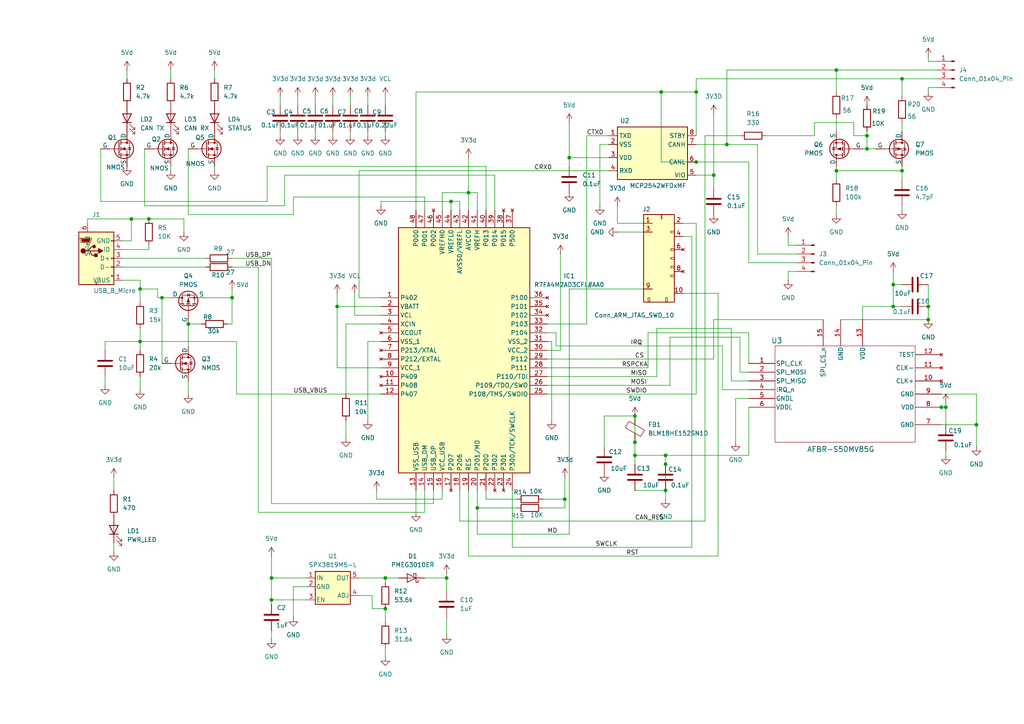
<source format=kicad_sch>
(kicad_sch (version 20231120) (generator "eeschema") (generator_version "8.0")
  (paper "A4")
  (title_block (title "Broadcom Sensor board") (date "2024-07-05") (rev "V1") (company "GEODRONES"))
  (lib_symbols
    (symbol "2024-07-05_00-20-57:AFBR-S50MV85G" (pin_names (offset 0.254))
      (property "Reference" "U3" (at 8.128 6.604 0))
      (property "Value" "AFBR-S50MV85G" (at 26.67 -24.892 0))
      (symbol "AFBR-S50MV85G_0_1"
        (pin input line (at 0 0 0) (length 7.62) (name "SPI_CLK") (number "1"))
        (pin power_in line (at 33.02 12.7 270) (length 7.62) (name "VDD") (number "13"))
        (pin power_out line (at 26.67 12.7 270) (length 7.62) (name "GND") (number "14"))
        (pin input line (at 0 -2.54 0) (length 7.62) (name "SPI_MOSI") (number "2"))
        (pin output line (at 0 -5.08 0) (length 7.62) (name "SPI_MISO") (number "3"))
        (pin output line (at 0 -7.62 0) (length 7.62) (name "IRQ_n") (number "4"))
        (pin power_out line (at 0 -10.16 0) (length 7.62) (name "GNDL") (number "5"))
        (pin power_in line (at 0 -12.7 0) (length 7.62) (name "VDDL") (number "6"))
        (pin power_out line (at 55.88 -17.78 180) (length 7.62) (name "GND") (number "7"))
        (pin power_out line (at 55.88 -8.89 180) (length 7.62) (name "GND") (number "9"))
      )
      (symbol "AFBR-S50MV85G_1_1"
        (pin no_connect line (at 55.88 -5.08 180) (length 7.62) (name "CLK+") (number "10"))
        (pin no_connect line (at 55.88 -1.27 180) (length 7.62) (name "CLK-") (number "11"))
        (pin no_connect line (at 55.88 2.54 180) (length 7.62) (name "TEST") (number "12"))
        (pin input line (at 21.59 12.7 270) (length 7.62) (name "SPI_CS_n") (number "15"))
        (pin power_in line (at 55.88 -12.7 180) (length 7.62) (name "VDD") (number "8"))
      )
    )
    (symbol "Conn_01x04_Pin_1" (pin_names (offset 1.016) hide)
      (property "Reference" "J1" (at -1.27 -2.5401 0))
      (property "Value" "Conn_01x04_Pin" (at -1.27 -0.0001 0))
      (symbol "Conn_01x04_Pin_1_1_1"
        (pin passive line (at 5.08 -5.08 180) (length 3.81) (name "Pin_1") (number "1"))
        (pin passive line (at 5.08 -2.54 180) (length 3.81) (name "Pin_2") (number "2"))
        (pin passive line (at 5.08 0 180) (length 3.81) (name "Pin_3") (number "3"))
        (pin passive line (at 5.08 2.54 180) (length 3.81) (name "Pin_4") (number "4"))
      )
    )
    (symbol "Connector:Conn_01x04_Pin" (pin_names (offset 1.016) hide)
      (property "Reference" "J2" (at -1.27 -2.5401 0))
      (property "Value" "Conn_01x04_Pin" (at -1.27 -0.0001 0))
      (symbol "Conn_01x04_Pin_1_1"
        (pin passive line (at 5.08 -5.08 180) (length 3.81) (name "Pin_1") (number "1"))
        (pin passive line (at 5.08 -2.54 180) (length 3.81) (name "Pin_2") (number "2"))
        (pin passive line (at 5.08 0 180) (length 3.81) (name "Pin_3") (number "3"))
        (pin passive line (at 5.08 2.54 180) (length 3.81) (name "Pin_4") (number "4"))
      )
    )
    (symbol "Connector:Conn_ARM_JTAG_SWD_10" (pin_names (offset 1.016))
      (property "Reference" "J4" (at 3.302 14.224 0))
      (property "Value" "Conn_ARM_JTAG_SWD_10" (at 10.16 -16.51 0))
      (symbol "Conn_ARM_JTAG_SWD_10_1_1"
        (pin power_in line (at 1.27 10.16 0) (length 2.54) (name "") (number "1"))
        (pin open_collector line (at 12.7 -10.16 180) (length 2.54) (name "") (number "10"))
        (pin bidirectional line (at 12.7 10.16 180) (length 2.54) (name "") (number "2"))
        (pin power_in line (at 1.27 7.62 0) (length 2.54) (name "") (number "3"))
        (pin output line (at 12.7 6.35 180) (length 2.54) (name "") (number "4"))
        (pin passive line (at -12.7 5.08 0) (length 2.54) hide (name "GND") (number "5"))
        (pin no_connect line (at 12.7 2.54 180) (length 2.54) (name "") (number "6"))
        (pin no_connect line (at -10.16 0 0) (length 2.54) hide (name "KEY") (number "7"))
        (pin no_connect line (at 12.7 -3.81 180) (length 2.54) (name "") (number "8"))
        (pin passive line (at 1.27 -8.89 0) (length 2.54) (name "") (number "9"))
      )
    )
    (symbol "Connector:USB_B_Micro" (pin_names (offset 1.016))
      (property "Reference" "J3" (at 0 12.7 0))
      (property "Value" "USB_B_Micro" (at 5.334 -9.398 0))
      (symbol "USB_B_Micro_1_1"
        (pin power_out line (at 7.62 -6.35 180) (length 2.54) (name "VBUS") (number "1"))
        (pin bidirectional line (at 7.62 -2.54 180) (length 2.54) (name "D-") (number "2"))
        (pin bidirectional line (at 7.62 0 180) (length 2.54) (name "D+") (number "3"))
        (pin passive line (at 7.62 2.54 180) (length 2.54) (name "ID") (number "4"))
        (pin power_out line (at 7.62 5.08 180) (length 2.54) (name "GND") (number "5"))
        (pin passive line (at -2.54 10.16 270) (length 2.54) (name "Shield") (number "6"))
      )
    )
    (symbol "Device:C" (pin_numbers hide) (pin_names (offset 0.254))
      (property "Reference" "C" (at 0.635 2.54 0))
      (property "Value" "C" (at 0.635 -2.54 0))
      (symbol "C_1_1"
        (pin passive line (at 0 3.81 270) (length 2.794) (name "~") (number "1"))
        (pin passive line (at 0 -3.81 90) (length 2.794) (name "~") (number "2"))
      )
    )
    (symbol "Device:FerriteBead" (pin_numbers hide) (pin_names (offset 0))
      (property "Reference" "FB" (at -3.81 0.635 90))
      (property "Value" "FerriteBead" (at 3.81 0 90))
      (symbol "FerriteBead_1_1"
        (pin passive line (at 0 3.81 270) (length 2.54) (name "~") (number "1"))
        (pin passive line (at 0 -3.81 90) (length 2.54) (name "~") (number "2"))
      )
    )
    (symbol "Device:LED" (pin_numbers hide) (pin_names (offset 1.016) hide)
      (property "Reference" "D" (at 0 2.54 0))
      (property "Value" "LED" (at 0 -2.54 0))
      (symbol "LED_1_1"
        (pin passive line (at -3.81 0 0) (length 2.54) (name "K") (number "1"))
        (pin passive line (at 3.81 0 180) (length 2.54) (name "A") (number "2"))
      )
    )
    (symbol "Device:R" (pin_numbers hide) (pin_names (offset 0))
      (property "Reference" "R" (at 2.032 0 90))
      (property "Value" "R" (at 0 0 90))
      (symbol "R_1_1"
        (pin passive line (at 0 3.81 270) (length 1.27) (name "~") (number "1"))
        (pin passive line (at 0 -3.81 90) (length 1.27) (name "~") (number "2"))
      )
    )
    (symbol "Diode:PMEG3010ER" (pin_numbers hide) (pin_names hide)
      (property "Reference" "D" (at 0 2.54 0))
      (property "Value" "PMEG3010ER" (at 0 -2.54 0))
      (symbol "PMEG3010ER_1_1"
        (pin passive line (at -3.81 0 0) (length 2.54) (name "K") (number "1"))
        (pin passive line (at 3.81 0 180) (length 2.54) (name "A") (number "2"))
      )
    )
    (symbol "Interface_CAN_LIN:MCP2542WFDxMF"
      (property "Reference" "U1" (at 2.1941 -10.16 0))
      (property "Value" "MCP2542WFDxMF" (at 2.1941 -12.7 0))
      (symbol "MCP2542WFDxMF_1_1"
        (pin input line (at -12.7 5.08 0) (length 2.54) (name "TXD") (number "1"))
        (pin power_in line (at -12.7 2.54 0) (length 2.54) (name "VSS") (number "2"))
        (pin power_in line (at -12.7 -1.27 0) (length 2.54) (name "VDD") (number "3"))
        (pin output line (at -12.7 -5.08 0) (length 2.54) (name "RXD") (number "4"))
        (pin power_in line (at 12.7 -6.35 180) (length 2.54) (name "VIO") (number "5"))
        (pin bidirectional line (at 12.7 -2.54 180) (length 2.54) (name "CANL") (number "6"))
        (pin bidirectional line (at 12.7 2.54 180) (length 2.54) (name "CANH") (number "7"))
        (pin input line (at 12.7 5.08 180) (length 2.54) (name "STBY") (number "8"))
        (pin passive line (at 0 -10.16 90) (length 2.54) hide (name "VSS") (number "9"))
      )
    )
    (symbol "R7FA4M2AD3CFL#AA0:R7FA4M2AD3CFL#AA0"
      (property "Reference" "IC1" (at 54.61 6.3186 0))
      (property "Value" "R7FA4M2AD3CFL#AA0" (at 54.61 3.7786 0))
      (symbol "R7FA4M2AD3CFL#AA0_1_1"
        (pin passive line (at 0 0 0) (length 5.08) (name "P402") (number "1"))
        (pin no_connect line (at 0 -22.86 0) (length 5.08) (name "P409") (number "10"))
        (pin no_connect line (at 0 -25.4 0) (length 5.08) (name "P408") (number "11"))
        (pin passive line (at 0 -27.94 0) (length 5.08) (name "P407") (number "12"))
        (pin passive line (at 10.16 -55.88 90) (length 5.08) (name "VSS_USB") (number "13"))
        (pin passive line (at 12.7 -55.88 90) (length 5.08) (name "USB_DM") (number "14"))
        (pin passive line (at 15.24 -55.88 90) (length 5.08) (name "USB_DP") (number "15"))
        (pin passive line (at 17.78 -55.88 90) (length 5.08) (name "VCC_USB") (number "16"))
        (pin no_connect line (at 20.32 -55.88 90) (length 5.08) (name "P207") (number "17"))
        (pin passive line (at 22.86 -55.88 90) (length 5.08) (name "P206") (number "18"))
        (pin passive line (at 25.4 -55.88 90) (length 5.08) (name "RES") (number "19"))
        (pin passive line (at 0 -2.54 0) (length 5.08) (name "VBATT") (number "2"))
        (pin passive line (at 27.94 -55.88 90) (length 5.08) (name "P201/MD") (number "20"))
        (pin passive line (at 30.48 -55.88 90) (length 5.08) (name "P200") (number "21"))
        (pin no_connect line (at 33.02 -55.88 90) (length 5.08) (name "P302") (number "22"))
        (pin no_connect line (at 35.56 -55.88 90) (length 5.08) (name "P301") (number "23"))
        (pin passive line (at 38.1 -55.88 90) (length 5.08) (name "P300/TCK/SWCLK") (number "24"))
        (pin passive line (at 48.26 -27.94 180) (length 5.08) (name "P108/TMS/SWDIO") (number "25"))
        (pin passive line (at 48.26 -25.4 180) (length 5.08) (name "P109/TDO/SWO") (number "26"))
        (pin passive line (at 48.26 -22.86 180) (length 5.08) (name "P110/TDI") (number "27"))
        (pin passive line (at 48.26 -20.32 180) (length 5.08) (name "P111") (number "28"))
        (pin passive line (at 48.26 -17.78 180) (length 5.08) (name "P112") (number "29"))
        (pin passive line (at 0 -5.08 0) (length 5.08) (name "VCL") (number "3"))
        (pin passive line (at 48.26 -15.24 180) (length 5.08) (name "VCC_2") (number "30"))
        (pin passive line (at 48.26 -12.7 180) (length 5.08) (name "VSS_2") (number "31"))
        (pin passive line (at 48.26 -10.16 180) (length 5.08) (name "P104") (number "32"))
        (pin passive line (at 48.26 -7.62 180) (length 5.08) (name "P103") (number "33"))
        (pin no_connect line (at 48.26 -5.08 180) (length 5.08) (name "P102") (number "34"))
        (pin no_connect line (at 48.26 -2.54 180) (length 5.08) (name "P101") (number "35"))
        (pin no_connect line (at 48.26 0 180) (length 5.08) (name "P100") (number "36"))
        (pin no_connect line (at 38.1 25.4 270) (length 5.08) (name "P500") (number "37"))
        (pin no_connect line (at 35.56 25.4 270) (length 5.08) (name "P015") (number "38"))
        (pin passive line (at 33.02 25.4 270) (length 5.08) (name "P014") (number "39"))
        (pin passive line (at 0 -7.62 0) (length 5.08) (name "XCIN") (number "4"))
        (pin passive line (at 30.48 25.4 270) (length 5.08) (name "P013") (number "40"))
        (pin passive line (at 27.94 25.4 270) (length 5.08) (name "VREFH") (number "41"))
        (pin passive line (at 25.4 25.4 270) (length 5.08) (name "AVCC0") (number "42"))
        (pin passive line (at 22.86 25.4 270) (length 5.08) (name "AVSS0/VREFL") (number "43"))
        (pin passive line (at 20.32 25.4 270) (length 5.08) (name "VREFL0") (number "44"))
        (pin passive line (at 17.78 25.4 270) (length 5.08) (name "VREFH0") (number "45"))
        (pin no_connect line (at 15.24 25.4 270) (length 5.08) (name "P002") (number "46"))
        (pin passive line (at 12.7 25.4 270) (length 5.08) (name "P001") (number "47"))
        (pin passive line (at 10.16 25.4 270) (length 5.08) (name "P000") (number "48"))
        (pin no_connect line (at 0 -10.16 0) (length 5.08) (name "XCOUT") (number "5"))
        (pin passive line (at 0 -12.7 0) (length 5.08) (name "VSS_1") (number "6"))
        (pin no_connect line (at 0 -15.24 0) (length 5.08) (name "P213/XTAL") (number "7"))
        (pin no_connect line (at 0 -17.78 0) (length 5.08) (name "P212/EXTAL") (number "8"))
        (pin passive line (at 0 -20.32 0) (length 5.08) (name "VCC_1") (number "9"))
      )
    )
    (symbol "Regulator_Linear:SPX3819M5-L" (pin_names (offset 0.254))
      (property "Reference" "U2" (at 0 8.89 0))
      (property "Value" "SPX3819M5-L" (at 0 6.35 0))
      (symbol "SPX3819M5-L_1_1"
        (pin power_in line (at -7.62 2.54 0) (length 2.54) (name "IN") (number "1"))
        (pin power_in line (at -7.62 0 0) (length 2.54) (name "GND") (number "2"))
        (pin input line (at -7.62 -3.81 0) (length 2.54) (name "EN") (number "3"))
        (pin input line (at 7.62 -2.54 180) (length 2.54) (name "ADJ") (number "4"))
        (pin power_out line (at 7.62 2.54 180) (length 2.54) (name "OUT") (number "5"))
      )
    )
    (symbol "Simulation_SPICE:NMOS" (pin_numbers hide) (pin_names (offset 0))
      (property "Reference" "Q" (at 5.08 1.27 0))
      (property "Value" "NMOS" (at 5.08 -1.27 0))
      (symbol "NMOS_1_1"
        (pin passive line (at 2.54 5.08 270) (length 2.54) (name "D") (number "1"))
        (pin input line (at -5.08 0 0) (length 2.54) (name "G") (number "2"))
        (pin passive line (at 2.54 -5.08 90) (length 2.54) (name "S") (number "3"))
      )
    )
    (symbol "Simulation_SPICE:PMOS" (pin_numbers hide) (pin_names (offset 0))
      (property "Reference" "Q" (at 5.08 1.27 0))
      (property "Value" "PMOS" (at 5.08 -1.27 0))
      (symbol "PMOS_1_1"
        (pin passive line (at 2.54 5.08 270) (length 2.54) (name "D") (number "1"))
        (pin input line (at -5.08 0 0) (length 2.54) (name "G") (number "2"))
        (pin passive line (at 2.54 -5.08 90) (length 2.54) (name "S") (number "3"))
      )
    )
    (symbol "power:+3V3" (power) (pin_numbers hide) (pin_names (offset 0) hide)
      (property "Value" "+3V3" (at 0 3.556 0))
      (symbol "+3V3_1_1"
        (pin power_in line (at 0 0 90) (length 0) (name "~") (number "1"))
      )
    )
    (symbol "power:+5VD" (power) (pin_numbers hide) (pin_names (offset 0) hide)
      (property "Value" "+5VD" (at 0 3.556 0))
      (symbol "+5VD_1_1"
        (pin power_in line (at 0 0 90) (length 0) (name "~") (number "1"))
      )
    )
    (symbol "power:GND" (power) (pin_numbers hide) (pin_names (offset 0) hide)
      (property "Value" "GND" (at 0 -3.81 0))
      (symbol "GND_1_1"
        (pin power_in line (at 0 0 270) (length 0) (name "~") (number "1"))
      )
    )
  )
  (junction (at 207.01 50.8))
  (junction (at 191.77 26.67))
  (junction (at 251.46 43.18))
  (junction (at 242.57 20.32))
  (junction (at 67.31 86.36))
  (junction (at 201.93 46.99))
  (junction (at 38.1 63.5))
  (junction (at 163.83 144.78))
  (junction (at 184.15 132.08))
  (junction (at 193.04 132.08))
  (junction (at 242.57 49.53))
  (junction (at 259.08 82.55))
  (junction (at 201.93 26.67))
  (junction (at 78.74 173.99))
  (junction (at 111.76 176.53))
  (junction (at 97.79 88.9))
  (junction (at 111.76 167.64))
  (junction (at 274.32 118.11))
  (junction (at 269.24 88.9))
  (junction (at 193.04 142.24))
  (junction (at 184.15 128.27))
  (junction (at 259.08 88.9))
  (junction (at 40.64 83.82))
  (junction (at 283.21 123.19))
  (junction (at 273.05 118.11))
  (junction (at 43.18 63.5))
  (junction (at 261.62 22.86))
  (junction (at 135.89 55.88))
  (junction (at 269.24 92.71))
  (junction (at 40.64 99.06))
  (junction (at 251.46 39.37))
  (junction (at 129.54 167.64))
  (junction (at 130.81 58.42))
  (junction (at 184.15 120.65))
  (junction (at 193.04 134.62))
  (junction (at 261.62 49.53))
  (junction (at 165.1 45.72))
  (junction (at 78.74 167.64))
  (junction (at 46.99 86.36))
  (junction (at 54.61 93.98))
  (junction (at 138.43 147.32))
  (junction (at 210.82 41.91))
  (wire (pts (xy 210.82 41.91) (xy 210.82 20.32)))
  (wire (pts (xy 54.61 110.49) (xy 54.61 114.3)))
  (wire (pts (xy 43.18 72.39) (xy 43.18 71.12)))
  (wire (pts (xy 274.32 116.84) (xy 274.32 118.11)))
  (wire (pts (xy 78.74 182.88) (xy 78.74 185.42)))
  (wire (pts (xy 165.1 83.82) (xy 165.1 154.94)))
  (wire (pts (xy 68.58 114.3) (xy 110.49 114.3)))
  (wire (pts (xy 228.6 78.74) (xy 228.6 81.28)))
  (wire (pts (xy 74.93 77.47) (xy 74.93 148.59)))
  (wire (pts (xy 261.62 48.26) (xy 261.62 49.53)))
  (wire (pts (xy 40.64 99.06) (xy 40.64 101.6)))
  (wire (pts (xy 78.74 167.64) (xy 78.74 173.99)))
  (wire (pts (xy 165.1 35.56) (xy 165.1 45.72)))
  (wire (pts (xy 30.48 101.6) (xy 30.48 99.06)))
  (wire (pts (xy 40.64 95.25) (xy 40.64 99.06)))
  (wire (pts (xy 129.54 179.07) (xy 129.54 184.15)))
  (wire (pts (xy 77.47 58.42) (xy 29.21 58.42)))
  (wire (pts (xy 85.09 57.15) (xy 85.09 62.23)))
  (wire (pts (xy 259.08 82.55) (xy 259.08 88.9)))
  (wire (pts (xy 143.51 60.96) (xy 143.51 50.8)))
  (wire (pts (xy 170.18 93.98) (xy 170.18 39.37)))
  (wire (pts (xy 200.66 68.58) (xy 200.66 158.75)))
  (wire (pts (xy 81.28 27.94) (xy 81.28 30.48)))
  (wire (pts (xy 104.14 49.53) (xy 176.53 49.53)))
  (wire (pts (xy 45.72 86.36) (xy 45.72 83.82)))
  (wire (pts (xy 111.76 187.96) (xy 111.76 190.5)))
  (wire (pts (xy 82.55 50.8) (xy 82.55 59.69)))
  (wire (pts (xy 33.02 157.48) (xy 33.02 160.02)))
  (wire (pts (xy 163.83 144.78) (xy 163.83 147.32)))
  (wire (pts (xy 204.47 39.37) (xy 204.47 151.13)))
  (wire (pts (xy 110.49 58.42) (xy 110.49 59.69)))
  (wire (pts (xy 242.57 34.29) (xy 242.57 38.1)))
  (wire (pts (xy 191.77 26.67) (xy 120.65 26.67)))
  (wire (pts (xy 250.19 88.9) (xy 259.08 88.9)))
  (wire (pts (xy 149.86 144.78) (xy 140.97 144.78)))
  (wire (pts (xy 160.02 99.06) (xy 160.02 121.92)))
  (wire (pts (xy 158.75 104.14) (xy 207.01 104.14)))
  (wire (pts (xy 106.68 27.94) (xy 106.68 30.48)))
  (wire (pts (xy 162.56 101.6) (xy 158.75 101.6)))
  (wire (pts (xy 184.15 132.08) (xy 184.15 128.27)))
  (wire (pts (xy 135.89 55.88) (xy 138.43 55.88)))
  (wire (pts (xy 261.62 49.53) (xy 261.62 52.07)))
  (wire (pts (xy 33.02 138.43) (xy 33.02 142.24)))
  (wire (pts (xy 219.71 73.66) (xy 219.71 41.91)))
  (wire (pts (xy 53.34 63.5) (xy 53.34 67.31)))
  (wire (pts (xy 25.4 63.5) (xy 38.1 63.5)))
  (wire (pts (xy 231.14 71.12) (xy 228.6 71.12)))
  (wire (pts (xy 62.23 20.32) (xy 62.23 22.86)))
  (wire (pts (xy 88.9 167.64) (xy 78.74 167.64)))
  (wire (pts (xy 214.63 97.79) (xy 214.63 107.95)))
  (wire (pts (xy 88.9 170.18) (xy 85.09 170.18)))
  (wire (pts (xy 158.75 111.76) (xy 194.31 111.76)))
  (wire (pts (xy 85.09 170.18) (xy 85.09 179.07)))
  (wire (pts (xy 41.91 59.69) (xy 41.91 43.18)))
  (wire (pts (xy 184.15 132.08) (xy 184.15 134.62)))
  (wire (pts (xy 97.79 85.09) (xy 97.79 88.9)))
  (wire (pts (xy 162.56 73.66) (xy 162.56 101.6)))
  (wire (pts (xy 36.83 20.32) (xy 36.83 22.86)))
  (wire (pts (xy 135.89 45.72) (xy 135.89 55.88)))
  (wire (pts (xy 81.28 38.1) (xy 81.28 39.37)))
  (wire (pts (xy 54.61 93.98) (xy 58.42 93.98)))
  (wire (pts (xy 261.62 59.69) (xy 261.62 60.96)))
  (wire (pts (xy 231.14 73.66) (xy 219.71 73.66)))
  (wire (pts (xy 204.47 39.37) (xy 214.63 39.37)))
  (wire (pts (xy 194.31 97.79) (xy 214.63 97.79)))
  (wire (pts (xy 101.6 27.94) (xy 101.6 30.48)))
  (wire (pts (xy 129.54 167.64) (xy 129.54 166.37)))
  (wire (pts (xy 67.31 86.36) (xy 67.31 83.82)))
  (wire (pts (xy 283.21 114.3) (xy 273.05 114.3)))
  (wire (pts (xy 67.31 77.47) (xy 74.93 77.47)))
  (wire (pts (xy 165.1 154.94) (xy 138.43 154.94)))
  (wire (pts (xy 62.23 48.26) (xy 62.23 49.53)))
  (wire (pts (xy 187.96 106.68) (xy 187.96 96.52)))
  (wire (pts (xy 217.17 76.2) (xy 217.17 46.99)))
  (wire (pts (xy 111.76 167.64) (xy 111.76 168.91)))
  (wire (pts (xy 170.18 39.37) (xy 176.53 39.37)))
  (wire (pts (xy 207.01 92.71) (xy 238.76 92.71)))
  (wire (pts (xy 138.43 55.88) (xy 138.43 60.96)))
  (wire (pts (xy 271.78 118.11) (xy 273.05 118.11)))
  (wire (pts (xy 242.57 20.32) (xy 242.57 26.67)))
  (wire (pts (xy 49.53 86.36) (xy 46.99 86.36)))
  (wire (pts (xy 123.19 148.59) (xy 123.19 142.24)))
  (wire (pts (xy 78.74 173.99) (xy 78.74 175.26)))
  (wire (pts (xy 78.74 173.99) (xy 88.9 173.99)))
  (wire (pts (xy 30.48 99.06) (xy 40.64 99.06)))
  (wire (pts (xy 49.53 48.26) (xy 49.53 49.53)))
  (wire (pts (xy 128.27 55.88) (xy 135.89 55.88)))
  (wire (pts (xy 158.75 99.06) (xy 160.02 99.06)))
  (wire (pts (xy 207.01 104.14) (xy 207.01 92.71)))
  (wire (pts (xy 111.76 38.1) (xy 111.76 39.37)))
  (wire (pts (xy 74.93 148.59) (xy 123.19 148.59)))
  (wire (pts (xy 104.14 86.36) (xy 110.49 86.36)))
  (wire (pts (xy 30.48 109.22) (xy 30.48 111.76)))
  (wire (pts (xy 35.56 77.47) (xy 59.69 77.47)))
  (wire (pts (xy 82.55 59.69) (xy 41.91 59.69)))
  (wire (pts (xy 86.36 38.1) (xy 86.36 39.37)))
  (wire (pts (xy 120.65 26.67) (xy 120.65 60.96)))
  (wire (pts (xy 96.52 27.94) (xy 96.52 30.48)))
  (wire (pts (xy 78.74 161.29) (xy 78.74 167.64)))
  (wire (pts (xy 209.55 100.33) (xy 209.55 113.03)))
  (wire (pts (xy 250.19 88.9) (xy 250.19 92.71)))
  (wire (pts (xy 104.14 49.53) (xy 104.14 86.36)))
  (wire (pts (xy 102.87 91.44) (xy 102.87 85.09)))
  (wire (pts (xy 148.59 142.24) (xy 148.59 158.75)))
  (wire (pts (xy 259.08 78.74) (xy 259.08 82.55)))
  (wire (pts (xy 161.29 96.52) (xy 161.29 100.33)))
  (wire (pts (xy 106.68 38.1) (xy 106.68 39.37)))
  (wire (pts (xy 35.56 74.93) (xy 59.69 74.93)))
  (wire (pts (xy 201.93 64.77) (xy 201.93 114.3)))
  (wire (pts (xy 40.64 81.28) (xy 35.56 81.28)))
  (wire (pts (xy 212.09 95.25) (xy 212.09 110.49)))
  (wire (pts (xy 201.93 22.86) (xy 261.62 22.86)))
  (wire (pts (xy 125.73 146.05) (xy 125.73 142.24)))
  (wire (pts (xy 100.33 114.3) (xy 100.33 93.98)))
  (wire (pts (xy 198.12 68.58) (xy 200.66 68.58)))
  (wire (pts (xy 184.15 120.65) (xy 184.15 128.27)))
  (wire (pts (xy 184.15 142.24) (xy 193.04 142.24)))
  (wire (pts (xy 165.1 48.26) (xy 165.1 45.72)))
  (wire (pts (xy 35.56 72.39) (xy 43.18 72.39)))
  (wire (pts (xy 130.81 58.42) (xy 130.81 60.96)))
  (wire (pts (xy 259.08 88.9) (xy 261.62 88.9)))
  (wire (pts (xy 193.04 142.24) (xy 193.04 134.62)))
  (wire (pts (xy 111.76 27.94) (xy 111.76 30.48)))
  (wire (pts (xy 163.83 138.43) (xy 163.83 144.78)))
  (wire (pts (xy 190.5 109.22) (xy 158.75 109.22)))
  (wire (pts (xy 66.04 93.98) (xy 67.31 93.98)))
  (wire (pts (xy 251.46 43.18) (xy 254 43.18)))
  (wire (pts (xy 100.33 93.98) (xy 110.49 93.98)))
  (wire (pts (xy 129.54 167.64) (xy 129.54 171.45)))
  (wire (pts (xy 201.93 50.8) (xy 207.01 50.8)))
  (wire (pts (xy 140.97 48.26) (xy 77.47 48.26)))
  (wire (pts (xy 186.69 83.82) (xy 165.1 83.82)))
  (wire (pts (xy 274.32 118.11) (xy 274.32 123.19)))
  (wire (pts (xy 269.24 25.4) (xy 269.24 26.67)))
  (wire (pts (xy 201.93 46.99) (xy 217.17 46.99)))
  (wire (pts (xy 269.24 88.9) (xy 269.24 92.71)))
  (wire (pts (xy 130.81 58.42) (xy 110.49 58.42)))
  (wire (pts (xy 110.49 91.44) (xy 102.87 91.44)))
  (wire (pts (xy 247.65 35.56) (xy 247.65 39.37)))
  (wire (pts (xy 138.43 142.24) (xy 138.43 147.32)))
  (wire (pts (xy 67.31 93.98) (xy 67.31 86.36)))
  (wire (pts (xy 219.71 41.91) (xy 210.82 41.91)))
  (wire (pts (xy 274.32 130.81) (xy 274.32 132.08)))
  (wire (pts (xy 111.76 167.64) (xy 115.57 167.64)))
  (wire (pts (xy 68.58 99.06) (xy 40.64 99.06)))
  (wire (pts (xy 38.1 69.85) (xy 38.1 63.5)))
  (wire (pts (xy 193.04 132.08) (xy 184.15 132.08)))
  (wire (pts (xy 273.05 118.11) (xy 274.32 118.11)))
  (wire (pts (xy 201.93 39.37) (xy 201.93 26.67)))
  (wire (pts (xy 214.63 107.95) (xy 217.17 107.95)))
  (wire (pts (xy 217.17 132.08) (xy 193.04 132.08)))
  (wire (pts (xy 86.36 27.94) (xy 86.36 30.48)))
  (wire (pts (xy 251.46 38.1) (xy 251.46 39.37)))
  (wire (pts (xy 68.58 114.3) (xy 68.58 99.06)))
  (wire (pts (xy 46.99 86.36) (xy 46.99 105.41)))
  (wire (pts (xy 77.47 48.26) (xy 77.47 58.42)))
  (wire (pts (xy 107.95 176.53) (xy 111.76 176.53)))
  (wire (pts (xy 78.74 146.05) (xy 125.73 146.05)))
  (wire (pts (xy 201.93 41.91) (xy 210.82 41.91)))
  (wire (pts (xy 96.52 38.1) (xy 96.52 39.37)))
  (wire (pts (xy 179.07 59.69) (xy 179.07 64.77)))
  (wire (pts (xy 175.26 129.54) (xy 175.26 120.65)))
  (wire (pts (xy 25.4 64.77) (xy 25.4 63.5)))
  (wire (pts (xy 198.12 85.09) (xy 208.28 85.09)))
  (wire (pts (xy 259.08 82.55) (xy 261.62 82.55)))
  (wire (pts (xy 175.26 120.65) (xy 184.15 120.65)))
  (wire (pts (xy 213.36 115.57) (xy 213.36 128.27)))
  (wire (pts (xy 128.27 144.78) (xy 109.22 144.78)))
  (wire (pts (xy 193.04 142.24) (xy 193.04 144.78)))
  (wire (pts (xy 231.14 76.2) (xy 217.17 76.2)))
  (wire (pts (xy 217.17 96.52) (xy 217.17 105.41)))
  (wire (pts (xy 40.64 109.22) (xy 40.64 113.03)))
  (wire (pts (xy 176.53 41.91) (xy 173.99 41.91)))
  (wire (pts (xy 212.09 110.49) (xy 217.17 110.49)))
  (wire (pts (xy 40.64 83.82) (xy 40.64 81.28)))
  (wire (pts (xy 40.64 87.63) (xy 40.64 83.82)))
  (wire (pts (xy 138.43 147.32) (xy 138.43 154.94)))
  (wire (pts (xy 273.05 123.19) (xy 283.21 123.19)))
  (wire (pts (xy 242.57 20.32) (xy 271.78 20.32)))
  (wire (pts (xy 251.46 39.37) (xy 251.46 43.18)))
  (wire (pts (xy 123.19 167.64) (xy 129.54 167.64)))
  (wire (pts (xy 283.21 123.19) (xy 283.21 129.54)))
  (wire (pts (xy 157.48 147.32) (xy 163.83 147.32)))
  (wire (pts (xy 100.33 121.92) (xy 100.33 127)))
  (wire (pts (xy 107.95 172.72) (xy 107.95 176.53)))
  (wire (pts (xy 104.14 172.72) (xy 107.95 172.72)))
  (wire (pts (xy 261.62 22.86) (xy 271.78 22.86)))
  (wire (pts (xy 133.35 60.96) (xy 133.35 58.42)))
  (wire (pts (xy 101.6 38.1) (xy 101.6 39.37)))
  (wire (pts (xy 207.01 50.8) (xy 207.01 54.61)))
  (wire (pts (xy 135.89 161.29) (xy 135.89 142.24)))
  (wire (pts (xy 269.24 82.55) (xy 269.24 88.9)))
  (wire (pts (xy 190.5 95.25) (xy 212.09 95.25)))
  (wire (pts (xy 43.18 63.5) (xy 53.34 63.5)))
  (wire (pts (xy 271.78 17.78) (xy 269.24 17.78)))
  (wire (pts (xy 261.62 35.56) (xy 261.62 38.1)))
  (wire (pts (xy 207.01 33.02) (xy 207.01 50.8)))
  (wire (pts (xy 148.59 158.75) (xy 200.66 158.75)))
  (wire (pts (xy 208.28 161.29) (xy 135.89 161.29)))
  (wire (pts (xy 179.07 64.77) (xy 186.69 64.77)))
  (wire (pts (xy 78.74 74.93) (xy 78.74 146.05)))
  (wire (pts (xy 140.97 144.78) (xy 140.97 142.24)))
  (wire (pts (xy 91.44 27.94) (xy 91.44 30.48)))
  (wire (pts (xy 269.24 17.78) (xy 269.24 16.51)))
  (wire (pts (xy 190.5 95.25) (xy 190.5 109.22)))
  (wire (pts (xy 104.14 167.64) (xy 111.76 167.64)))
  (wire (pts (xy 191.77 46.99) (xy 201.93 46.99)))
  (wire (pts (xy 49.53 20.32) (xy 49.53 22.86)))
  (wire (pts (xy 106.68 99.06) (xy 106.68 121.92)))
  (wire (pts (xy 242.57 48.26) (xy 242.57 49.53)))
  (wire (pts (xy 158.75 96.52) (xy 161.29 96.52)))
  (wire (pts (xy 187.96 96.52) (xy 217.17 96.52)))
  (wire (pts (xy 157.48 144.78) (xy 163.83 144.78)))
  (wire (pts (xy 120.65 142.24) (xy 120.65 148.59)))
  (wire (pts (xy 109.22 144.78) (xy 109.22 142.24)))
  (wire (pts (xy 45.72 83.82) (xy 40.64 83.82)))
  (wire (pts (xy 123.19 60.96) (xy 123.19 57.15)))
  (wire (pts (xy 35.56 69.85) (xy 38.1 69.85)))
  (wire (pts (xy 243.84 92.71) (xy 269.24 92.71)))
  (wire (pts (xy 179.07 67.31) (xy 186.69 67.31)))
  (wire (pts (xy 173.99 41.91) (xy 173.99 59.69)))
  (wire (pts (xy 250.19 43.18) (xy 251.46 43.18)))
  (wire (pts (xy 67.31 74.93) (xy 78.74 74.93)))
  (wire (pts (xy 128.27 142.24) (xy 128.27 144.78)))
  (wire (pts (xy 222.25 39.37) (xy 236.22 39.37)))
  (wire (pts (xy 133.35 142.24) (xy 133.35 151.13)))
  (wire (pts (xy 110.49 88.9) (xy 97.79 88.9)))
  (wire (pts (xy 198.12 64.77) (xy 201.93 64.77)))
  (wire (pts (xy 91.44 38.1) (xy 91.44 39.37)))
  (wire (pts (xy 247.65 39.37) (xy 251.46 39.37)))
  (wire (pts (xy 217.17 132.08) (xy 217.17 118.11)))
  (wire (pts (xy 217.17 115.57) (xy 213.36 115.57)))
  (wire (pts (xy 283.21 114.3) (xy 283.21 123.19)))
  (wire (pts (xy 128.27 60.96) (xy 128.27 55.88)))
  (wire (pts (xy 97.79 88.9) (xy 97.79 106.68)))
  (wire (pts (xy 208.28 85.09) (xy 208.28 161.29)))
  (wire (pts (xy 110.49 99.06) (xy 106.68 99.06)))
  (wire (pts (xy 191.77 46.99) (xy 191.77 26.67)))
  (wire (pts (xy 143.51 50.8) (xy 82.55 50.8)))
  (wire (pts (xy 194.31 111.76) (xy 194.31 97.79)))
  (wire (pts (xy 46.99 86.36) (xy 45.72 86.36)))
  (wire (pts (xy 236.22 35.56) (xy 247.65 35.56)))
  (wire (pts (xy 158.75 93.98) (xy 170.18 93.98)))
  (wire (pts (xy 140.97 60.96) (xy 140.97 48.26)))
  (wire (pts (xy 209.55 113.03) (xy 217.17 113.03)))
  (wire (pts (xy 158.75 114.3) (xy 201.93 114.3)))
  (wire (pts (xy 158.75 106.68) (xy 187.96 106.68)))
  (wire (pts (xy 110.49 106.68) (xy 97.79 106.68)))
  (wire (pts (xy 38.1 63.5) (xy 43.18 63.5)))
  (wire (pts (xy 54.61 62.23) (xy 54.61 43.18)))
  (wire (pts (xy 59.69 86.36) (xy 67.31 86.36)))
  (wire (pts (xy 165.1 45.72) (xy 176.53 45.72)))
  (wire (pts (xy 29.21 58.42) (xy 29.21 43.18)))
  (wire (pts (xy 261.62 22.86) (xy 261.62 27.94)))
  (wire (pts (xy 236.22 39.37) (xy 236.22 35.56)))
  (wire (pts (xy 231.14 78.74) (xy 228.6 78.74)))
  (wire (pts (xy 242.57 59.69) (xy 242.57 62.23)))
  (wire (pts (xy 133.35 58.42) (xy 130.81 58.42)))
  (wire (pts (xy 85.09 62.23) (xy 54.61 62.23)))
  (wire (pts (xy 111.76 176.53) (xy 111.76 180.34)))
  (wire (pts (xy 161.29 100.33) (xy 209.55 100.33)))
  (wire (pts (xy 149.86 147.32) (xy 138.43 147.32)))
  (wire (pts (xy 193.04 132.08) (xy 193.04 134.62)))
  (wire (pts (xy 133.35 151.13) (xy 204.47 151.13)))
  (wire (pts (xy 135.89 55.88) (xy 135.89 60.96)))
  (wire (pts (xy 123.19 57.15) (xy 85.09 57.15)))
  (wire (pts (xy 242.57 49.53) (xy 242.57 52.07)))
  (wire (pts (xy 228.6 71.12) (xy 228.6 68.58)))
  (wire (pts (xy 201.93 22.86) (xy 201.93 26.67)))
  (wire (pts (xy 210.82 20.32) (xy 242.57 20.32)))
  (wire (pts (xy 54.61 93.98) (xy 54.61 100.33)))
  (wire (pts (xy 242.57 49.53) (xy 261.62 49.53)))
  (wire (pts (xy 201.93 26.67) (xy 191.77 26.67)))
  (wire (pts (xy 271.78 25.4) (xy 269.24 25.4)))
  (label "CAN_RES" (at 184.15 151.13 0))
  (label "CS" (at 184.15 104.14 0))
  (label "CTX0" (at 170.18 39.37 0))
  (label "RST" (at 181.61 161.29 0))
  (label "SWCLK" (at 172.72 158.75 0))
  (label "USB_DN" (at 71.12 77.47 0))
  (label "SWDIO" (at 181.61 114.3 0))
  (label "USB_VBUS" (at 85.09 114.3 0))
  (label "USB_DP" (at 71.12 74.93 0))
  (label "MISO" (at 182.88 109.22 0))
  (label "RSPCKA" (at 180.34 106.68 0))
  (label "IRQ" (at 182.88 100.33 0))
  (label "MOSI" (at 182.88 111.76 0))
  (label "CRX0" (at 154.94 49.53 0))
  (label "MD" (at 158.75 154.94 0))
  (symbol (lib_id "Device:LED") (at 36.83 34.29 90) (unit 1)
    (property "Reference" "LD2" (at 40.64 34.6074 90) (effects (justify right)))
    (property "Value" "CAN TX" (at 40.64 37.1474 90) (effects (justify right)))
    (property "Description" "Light emitting diode" (effects (hide yes)))
  )
  (symbol (lib_id "power:GND") (at 96.52 39.37 0) (unit 1)
    (property "Reference" "#PWR024" (effects (hide yes)))
    (property "Value" "GND" (at 96.52 44.45 0))
    (property "Description" "Power symbol creates a global label with name \"GND\" , ground" (effects (hide yes)))
  )
  (symbol (lib_id "power:+3V3") (at 111.76 27.94 0) (unit 1)
    (property "Reference" "#PWR035" (effects (hide yes)))
    (property "Value" "VCL" (at 111.76 22.86 0))
    (property "Description" "Power symbol creates a global label with name \"+3V3\"" (effects (hide yes)))
  )
  (symbol (lib_id "Device:R") (at 153.67 144.78 90) (unit 1)
    (property "Reference" "R14" (at 150.876 142.748 90))
    (property "Value" "10K" (at 155.448 142.494 90))
    (property "Description" "Resistor" (effects (hide yes)))
  )
  (symbol (lib_id "Device:LED") (at 62.23 34.29 90) (unit 1)
    (property "Reference" "LD4" (at 66.04 34.6074 90) (effects (justify right)))
    (property "Value" "STATUS" (at 66.04 37.1474 90) (effects (justify right)))
    (property "Description" "Light emitting diode" (effects (hide yes)))
  )
  (symbol (lib_id "power:+3V3") (at 33.02 138.43 0) (unit 1)
    (property "Reference" "#PWR02" (effects (hide yes)))
    (property "Value" "3V3d" (at 33.02 133.35 0))
    (property "Description" "Power symbol creates a global label with name \"+3V3\"" (effects (hide yes)))
  )
  (symbol (lib_id "power:+5VD") (at 62.23 20.32 0) (unit 1)
    (property "Reference" "#PWR011" (effects (hide yes)))
    (property "Value" "5Vd" (at 62.23 15.24 0))
    (property "Description" "Power symbol creates a global label with name \"+5VD\"" (effects (hide yes)))
  )
  (symbol (lib_id "power:GND") (at 261.62 60.96 0) (unit 1)
    (property "Reference" "#PWR061" (effects (hide yes)))
    (property "Value" "GND" (at 261.62 66.04 0))
    (property "Description" "Power symbol creates a global label with name \"GND\" , ground" (effects (hide yes)))
  )
  (symbol (lib_id "Connector:Conn_ARM_JTAG_SWD_10") (at 185.42 74.93 0) (unit 1)
    (property "Reference" "J2" (at 188.722 60.706 0) (effects (justify right)))
    (property "Value" "Conn_ARM_JTAG_SWD_10" (at 195.58 91.44 0) (effects (justify right)))
    (property "Datasheet" "http://infocenter.arm.com/help/topic/com.arm.doc.ddi0314h/DDI0314H_coresight_components_trm.pdf" (effects (hide yes)))
    (property "Description" "Cortex Debug Connector, standard ARM Cortex-M SWD and JTAG interface" (effects (hide yes)))
  )
  (symbol (lib_id "Device:C") (at 106.68 34.29 0) (unit 1)
    (property "Reference" "C8" (at 102.616 32.258 0) (effects (justify left)))
    (property "Value" "0.1uF" (at 103.378 36.322 0) (effects (justify left)))
    (property "Description" "Unpolarized capacitor" (effects (hide yes)))
  )
  (symbol (lib_id "Device:R") (at 40.64 91.44 0) (unit 1)
    (property "Reference" "R3" (at 43.18 90.1699 0) (effects (justify left)))
    (property "Value" "15k" (at 43.18 92.7099 0) (effects (justify left)))
    (property "Description" "Resistor" (effects (hide yes)))
  )
  (symbol (lib_id "Device:C") (at 265.43 88.9 90) (unit 1)
    (property "Reference" "C18" (at 267.716 87.376 90))
    (property "Value" "0.1uF" (at 261.62 90.424 90))
    (property "Description" "Unpolarized capacitor" (effects (hide yes)))
  )
  (symbol (lib_id "Simulation_SPICE:NMOS") (at 52.07 105.41 0) (unit 1)
    (property "Reference" "Q3" (at 58.42 104.1399 0) (effects (justify left)))
    (property "Value" "NMOS" (at 58.42 106.6799 0) (effects (justify left)))
    (property "Datasheet" "https://ngspice.sourceforge.io/docs/ngspice-html-manual/manual.xhtml#cha_MOSFETs" (effects (hide yes)))
    (property "Description" "N-MOSFET transistor, drain/source/gate" (effects (hide yes)))
    (property "Sim.Device" "NMOS" (effects (hide yes)))
    (property "Sim.Type" "VDMOS" (effects (hide yes)))
    (property "Sim.Pins" "1=D 2=G 3=S" (effects (hide yes)))
  )
  (symbol (lib_id "power:+3V3") (at 101.6 27.94 0) (unit 1)
    (property "Reference" "#PWR027" (effects (hide yes)))
    (property "Value" "3V3d" (at 101.6 22.86 0))
    (property "Description" "Power symbol creates a global label with name \"+3V3\"" (effects (hide yes)))
  )
  (symbol (lib_id "power:GND") (at 228.6 81.28 0) (unit 1)
    (property "Reference" "#PWR057" (effects (hide yes)))
    (property "Value" "GND" (at 228.6 86.36 0))
    (property "Description" "Power symbol creates a global label with name \"GND\" , ground" (effects (hide yes)))
  )
  (symbol (lib_id "power:GND") (at 110.49 59.69 0) (unit 1)
    (property "Reference" "#PWR034" (effects (hide yes)))
    (property "Value" "GND" (at 110.49 64.77 0))
    (property "Description" "Power symbol creates a global label with name \"GND\" , ground" (effects (hide yes)))
  )
  (symbol (lib_id "power:+5VD") (at 269.24 16.51 0) (unit 1)
    (property "Reference" "#PWR062" (effects (hide yes)))
    (property "Value" "5Vd" (at 269.24 11.43 0))
    (property "Description" "Power symbol creates a global label with name \"+5VD\"" (effects (hide yes)))
  )
  (symbol (lib_id "Device:R") (at 111.76 184.15 0) (unit 1)
    (property "Reference" "R13" (at 114.3 182.8799 0) (effects (justify left)))
    (property "Value" "31.6k" (at 114.3 185.4199 0) (effects (justify left)))
    (property "Description" "Resistor" (effects (hide yes)))
  )
  (symbol (lib_id "power:GND") (at 242.57 62.23 0) (unit 1)
    (property "Reference" "#PWR058" (effects (hide yes)))
    (property "Value" "GND" (at 242.57 67.31 0))
    (property "Description" "Power symbol creates a global label with name \"GND\" , ground" (effects (hide yes)))
  )
  (symbol (lib_id "power:+3V3") (at 207.01 33.02 0) (unit 1)
    (property "Reference" "#PWR053" (effects (hide yes)))
    (property "Value" "3V3D" (at 207.01 27.94 0))
    (property "Description" "Power symbol creates a global label with name \"+3V3\"" (effects (hide yes)))
  )
  (symbol (lib_id "power:+5VD") (at 228.6 68.58 0) (unit 1)
    (property "Reference" "#PWR056" (effects (hide yes)))
    (property "Value" "5Vd" (at 228.6 63.5 0))
    (property "Description" "Power symbol creates a global label with name \"+5VD\"" (effects (hide yes)))
  )
  (symbol (lib_id "Device:R") (at 111.76 172.72 0) (unit 1)
    (property "Reference" "R12" (at 114.3 171.4499 0) (effects (justify left)))
    (property "Value" "53.6k" (at 114.3 173.9899 0) (effects (justify left)))
    (property "Description" "Resistor" (effects (hide yes)))
  )
  (symbol (lib_id "Device:R") (at 43.18 67.31 0) (unit 1)
    (property "Reference" "R5" (at 45.72 66.0399 0) (effects (justify left)))
    (property "Value" "10K" (at 45.72 68.5799 0) (effects (justify left)))
    (property "Description" "Resistor" (effects (hide yes)))
  )
  (symbol (lib_id "power:+3V3") (at 162.56 73.66 0) (unit 1)
    (property "Reference" "#PWR043" (effects (hide yes)))
    (property "Value" "3V3d" (at 162.56 68.58 0))
    (property "Description" "Power symbol creates a global label with name \"+3V3\"" (effects (hide yes)))
  )
  (symbol (lib_id "Regulator_Linear:SPX3819M5-L") (at 96.52 170.18 0) (unit 1)
    (property "Reference" "U1" (at 96.52 161.29 0))
    (property "Value" "SPX3819M5-L" (at 96.52 163.83 0))
    (property "Footprint" "Package_TO_SOT_SMD:SOT-23-5" (effects (hide yes)))
    (property "Datasheet" "https://www.exar.com/content/document.ashx?id=22106&languageid=1033&type=Datasheet&partnumber=SPX3819&filename=SPX3819.pdf&part=SPX3819" (effects (hide yes)))
    (property "Description" "500mA Low drop-out regulator, Adjustable, SOT-23-5" (effects (hide yes)))
  )
  (symbol (lib_id "Device:C") (at 129.54 175.26 0) (unit 1)
    (property "Reference" "C10" (at 133.35 173.9899 0) (effects (justify left)))
    (property "Value" "1uF" (at 133.35 176.5299 0) (effects (justify left)))
    (property "Description" "Unpolarized capacitor" (effects (hide yes)))
  )
  (symbol (lib_id "Device:C") (at 261.62 55.88 0) (unit 1)
    (property "Reference" "C16" (at 265.43 54.6099 0) (effects (justify left)))
    (property "Value" "4.7pF" (at 265.43 57.1499 0) (effects (justify left)))
    (property "Description" "Unpolarized capacitor" (effects (hide yes)))
  )
  (symbol (lib_id "Device:C") (at 30.48 105.41 0) (unit 1)
    (property "Reference" "C1" (at 34.29 104.1399 0) (effects (justify left)))
    (property "Value" "10uF" (at 34.29 106.6799 0) (effects (justify left)))
    (property "Description" "Unpolarized capacitor" (effects (hide yes)))
  )
  (symbol (lib_id "Device:R") (at 36.83 26.67 0) (unit 1)
    (property "Reference" "R2" (at 39.37 25.3999 0) (effects (justify left)))
    (property "Value" "4.7k" (at 39.37 27.9399 0) (effects (justify left)))
    (property "Description" "Resistor" (effects (hide yes)))
  )
  (symbol (lib_id "power:+3V3") (at 163.83 138.43 0) (unit 1)
    (property "Reference" "#PWR044" (effects (hide yes)))
    (property "Value" "3V3d" (at 163.83 133.35 0))
    (property "Description" "Power symbol creates a global label with name \"+3V3\"" (effects (hide yes)))
  )
  (symbol (lib_id "power:GND") (at 165.1 55.88 0) (unit 1)
    (property "Reference" "#PWR046" (effects (hide yes)))
    (property "Value" "GND" (at 165.1 60.96 0))
    (property "Description" "Power symbol creates a global label with name \"GND\" , ground" (effects (hide yes)))
  )
  (symbol (lib_id "power:GND") (at 179.07 67.31 270) (unit 1)
    (property "Reference" "#PWR050" (effects (hide yes)))
    (property "Value" "GND" (at 175.26 67.3099 90) (effects (justify right)))
    (property "Description" "Power symbol creates a global label with name \"GND\" , ground" (effects (hide yes)))
  )
  (symbol (lib_id "power:GND") (at 207.01 62.23 0) (unit 1)
    (property "Reference" "#PWR054" (effects (hide yes)))
    (property "Value" "GND" (at 207.01 67.31 0))
    (property "Description" "Power symbol creates a global label with name \"GND\" , ground" (effects (hide yes)))
  )
  (symbol (lib_id "power:GND") (at 81.28 39.37 0) (unit 1)
    (property "Reference" "#PWR017" (effects (hide yes)))
    (property "Value" "GND" (at 81.28 44.45 0))
    (property "Description" "Power symbol creates a global label with name \"GND\" , ground" (effects (hide yes)))
  )
  (symbol (lib_id "power:+5VD") (at 36.83 20.32 0) (unit 1)
    (property "Reference" "#PWR04" (effects (hide yes)))
    (property "Value" "5Vd" (at 36.83 15.24 0))
    (property "Description" "Power symbol creates a global label with name \"+5VD\"" (effects (hide yes)))
  )
  (symbol (lib_id "Simulation_SPICE:NMOS") (at 34.29 43.18 0) (unit 1)
    (property "Reference" "Q1" (at 31.242 39.878 0) (effects (justify left)))
    (property "Value" "NMOS" (at 30.734 48.514 0) (effects (justify left)))
    (property "Datasheet" "https://ngspice.sourceforge.io/docs/ngspice-html-manual/manual.xhtml#cha_MOSFETs" (effects (hide yes)))
    (property "Description" "N-MOSFET transistor, drain/source/gate" (effects (hide yes)))
    (property "Sim.Device" "NMOS" (effects (hide yes)))
    (property "Sim.Type" "VDMOS" (effects (hide yes)))
    (property "Sim.Pins" "1=D 2=G 3=S" (effects (hide yes)))
  )
  (symbol (lib_id "Device:C") (at 265.43 82.55 90) (unit 1)
    (property "Reference" "C17" (at 268.732 80.01 90))
    (property "Value" "10uF" (at 261.874 85.09 90))
    (property "Description" "Unpolarized capacitor" (effects (hide yes)))
  )
  (symbol (lib_id "power:GND") (at 54.61 114.3 0) (unit 1)
    (property "Reference" "#PWR010" (effects (hide yes)))
    (property "Value" "GND" (at 54.61 119.38 0))
    (property "Description" "Power symbol creates a global label with name \"GND\" , ground" (effects (hide yes)))
  )
  (symbol (lib_id "power:GND") (at 91.44 39.37 0) (unit 1)
    (property "Reference" "#PWR022" (effects (hide yes)))
    (property "Value" "GND" (at 91.44 44.45 0))
    (property "Description" "Power symbol creates a global label with name \"GND\" , ground" (effects (hide yes)))
  )
  (symbol (lib_id "Device:C") (at 78.74 179.07 0) (unit 1)
    (property "Reference" "C2" (at 80.264 176.276 0) (effects (justify left)))
    (property "Value" "1uF" (at 80.01 181.356 0) (effects (justify left)))
    (property "Description" "Unpolarized capacitor" (effects (hide yes)))
  )
  (symbol (lib_id "Device:LED") (at 33.02 153.67 90) (unit 1)
    (property "Reference" "LD1" (at 36.83 153.9874 90) (effects (justify right)))
    (property "Value" "PWR_LED" (at 36.83 156.5274 90) (effects (justify right)))
    (property "Description" "Light emitting diode" (effects (hide yes)))
  )
  (symbol (lib_id "power:GND") (at 175.26 137.16 0) (unit 1)
    (property "Reference" "#PWR048" (effects (hide yes)))
    (property "Value" "GND" (at 175.26 142.24 0))
    (property "Description" "Power symbol creates a global label with name \"GND\" , ground" (effects (hide yes)))
  )
  (symbol (lib_id "Device:R") (at 33.02 146.05 0) (unit 1)
    (property "Reference" "R1" (at 35.56 144.7799 0) (effects (justify left)))
    (property "Value" "470" (at 35.56 147.3199 0) (effects (justify left)))
    (property "Description" "Resistor" (effects (hide yes)))
  )
  (symbol (lib_id "Device:C") (at 81.28 34.29 0) (unit 1)
    (property "Reference" "C3" (at 77.216 32.512 0) (effects (justify left)))
    (property "Value" "0.1uF" (at 75.692 36.322 0) (effects (justify left)))
    (property "Description" "Unpolarized capacitor" (effects (hide yes)))
  )
  (symbol (lib_id "power:GND") (at 100.33 127 0) (unit 1)
    (property "Reference" "#PWR026" (effects (hide yes)))
    (property "Value" "GND" (at 100.33 132.08 0))
    (property "Description" "Power symbol creates a global label with name \"GND\" , ground" (effects (hide yes)))
  )
  (symbol (lib_id "Device:R") (at 63.5 74.93 90) (unit 1)
    (property "Reference" "R9" (at 63.246 72.136 90))
    (property "Value" "27" (at 66.802 73.152 90))
    (property "Description" "Resistor" (effects (hide yes)))
  )
  (symbol (lib_id "Device:C") (at 165.1 52.07 0) (unit 1)
    (property "Reference" "C11" (at 168.91 50.7999 0) (effects (justify left)))
    (property "Value" "0.1uF" (at 168.91 53.3399 0) (effects (justify left)))
    (property "Description" "Unpolarized capacitor" (effects (hide yes)))
  )
  (symbol (lib_id "power:GND") (at 213.36 128.27 0) (unit 1)
    (property "Reference" "#PWR055" (effects (hide yes)))
    (property "Value" "GND" (at 213.36 133.35 0))
    (property "Description" "Power symbol creates a global label with name \"GND\" , ground" (effects (hide yes)))
  )
  (symbol (lib_id "Device:R") (at 153.67 147.32 90) (unit 1)
    (property "Reference" "R15" (at 150.114 149.606 90))
    (property "Value" "10K" (at 155.702 149.352 90))
    (property "Description" "Resistor" (effects (hide yes)))
  )
  (symbol (lib_id "power:GND") (at 49.53 49.53 0) (unit 1)
    (property "Reference" "#PWR08" (effects (hide yes)))
    (property "Value" "GND" (at 49.53 54.61 0))
    (property "Description" "Power symbol creates a global label with name \"GND\" , ground" (effects (hide yes)))
  )
  (symbol (lib_id "power:+5VD") (at 78.74 161.29 0) (unit 1)
    (property "Reference" "#PWR014" (effects (hide yes)))
    (property "Value" "5Vd" (at 78.74 156.21 0))
    (property "Description" "Power symbol creates a global label with name \"+5VD\"" (effects (hide yes)))
  )
  (symbol (lib_id "power:GND") (at 30.48 111.76 0) (unit 1)
    (property "Reference" "#PWR01" (effects (hide yes)))
    (property "Value" "GND" (at 30.48 116.84 0))
    (property "Description" "Power symbol creates a global label with name \"GND\" , ground" (effects (hide yes)))
  )
  (symbol (lib_id "power:GND") (at 193.04 144.78 0) (unit 1)
    (property "Reference" "#PWR052" (effects (hide yes)))
    (property "Value" "GND" (at 193.04 149.86 0))
    (property "Description" "Power symbol creates a global label with name \"GND\" , ground" (effects (hide yes)))
  )
  (symbol (lib_id "Simulation_SPICE:NMOS") (at 46.99 43.18 0) (unit 1)
    (property "Reference" "Q2" (at 43.942 40.386 0) (effects (justify left)))
    (property "Value" "NMOS" (at 43.434 48.768 0) (effects (justify left)))
    (property "Datasheet" "https://ngspice.sourceforge.io/docs/ngspice-html-manual/manual.xhtml#cha_MOSFETs" (effects (hide yes)))
    (property "Description" "N-MOSFET transistor, drain/source/gate" (effects (hide yes)))
    (property "Sim.Device" "NMOS" (effects (hide yes)))
    (property "Sim.Type" "VDMOS" (effects (hide yes)))
    (property "Sim.Pins" "1=D 2=G 3=S" (effects (hide yes)))
  )
  (symbol (lib_id "power:GND") (at 101.6 39.37 0) (unit 1)
    (property "Reference" "#PWR028" (effects (hide yes)))
    (property "Value" "GND" (at 101.6 44.45 0))
    (property "Description" "Power symbol creates a global label with name \"GND\" , ground" (effects (hide yes)))
  )
  (symbol (lib_id "Simulation_SPICE:PMOS") (at 259.08 43.18 0) (unit 1)
    (property "Reference" "Q7" (at 265.43 41.9099 0) (effects (justify left)))
    (property "Value" "PMOS" (at 265.43 44.4499 0) (effects (justify left)))
    (property "Datasheet" "https://ngspice.sourceforge.io/docs/ngspice-html-manual/manual.xhtml#cha_MOSFETs" (effects (hide yes)))
    (property "Description" "P-MOSFET transistor, drain/source/gate" (effects (hide yes)))
    (property "Sim.Device" "PMOS" (effects (hide yes)))
    (property "Sim.Type" "VDMOS" (effects (hide yes)))
    (property "Sim.Pins" "1=D 2=G 3=S" (effects (hide yes)))
  )
  (symbol (lib_id "Connector:USB_B_Micro") (at 27.94 74.93 0) (unit 1)
    (property "Reference" "J1" (at 27.94 62.23 0))
    (property "Value" "USB_B_Micro" (at 33.274 84.328 0))
    (property "Description" "USB Micro Type B connector" (effects (hide yes)))
  )
  (symbol (lib_id "power:GND") (at 269.24 92.71 0) (unit 1)
    (property "Reference" "#PWR064" (effects (hide yes)))
    (property "Value" "GND" (at 269.24 97.79 0))
    (property "Description" "Power symbol creates a global label with name \"GND\" , ground" (effects (hide yes)))
  )
  (symbol (lib_id "Device:R") (at 40.64 105.41 0) (unit 1)
    (property "Reference" "R4" (at 43.18 104.1399 0) (effects (justify left)))
    (property "Value" "20k" (at 43.18 106.6799 0) (effects (justify left)))
    (property "Description" "Resistor" (effects (hide yes)))
  )
  (symbol (lib_id "Device:C") (at 96.52 34.29 0) (unit 1)
    (property "Reference" "C6" (at 92.71 32.258 0) (effects (justify left)))
    (property "Value" "01.uF" (at 92.202 36.322 0) (effects (justify left)))
    (property "Description" "Unpolarized capacitor" (effects (hide yes)))
  )
  (symbol (lib_id "power:GND") (at 173.99 59.69 0) (unit 1)
    (property "Reference" "#PWR047" (effects (hide yes)))
    (property "Value" "GND" (at 173.99 64.77 0))
    (property "Description" "Power symbol creates a global label with name \"GND\" , ground" (effects (hide yes)))
  )
  (symbol (lib_id "Device:R") (at 100.33 118.11 0) (unit 1)
    (property "Reference" "R11" (at 102.87 116.8399 0) (effects (justify left)))
    (property "Value" "10k" (at 102.87 119.3799 0) (effects (justify left)))
    (property "Description" "Resistor" (effects (hide yes)))
  )
  (symbol (lib_id "Device:FerriteBead") (at 184.15 124.46 0) (unit 1)
    (property "Reference" "FB1" (at 187.96 123.1391 0) (effects (justify left)))
    (property "Value" "BLM18HE152SN1D" (at 187.96 125.6791 0) (effects (justify left)))
    (property "Description" "Ferrite bead" (effects (hide yes)))
  )
  (symbol (lib_id "power:GND") (at 53.34 67.31 0) (unit 1)
    (property "Reference" "#PWR09" (effects (hide yes)))
    (property "Value" "GND" (at 53.34 72.39 0))
    (property "Description" "Power symbol creates a global label with name \"GND\" , ground" (effects (hide yes)))
  )
  (symbol (lib_id "power:GND") (at 111.76 190.5 0) (unit 1)
    (property "Reference" "#PWR037" (effects (hide yes)))
    (property "Value" "GND" (at 111.76 195.58 0))
    (property "Description" "Power symbol creates a global label with name \"GND\" , ground" (effects (hide yes)))
  )
  (symbol (lib_id "power:+5VD") (at 184.15 120.65 0) (unit 1)
    (property "Reference" "#PWR051" (effects (hide yes)))
    (property "Value" "5Vd" (at 184.15 115.57 0))
    (property "Description" "Power symbol creates a global label with name \"+5VD\"" (effects (hide yes)))
  )
  (symbol (lib_id "power:+3V3") (at 96.52 27.94 0) (unit 1)
    (property "Reference" "#PWR023" (effects (hide yes)))
    (property "Value" "3V3d" (at 96.52 22.8973 0))
    (property "Description" "Power symbol creates a global label with name \"+3V3\"" (effects (hide yes)))
  )
  (symbol (lib_id "Device:C") (at 111.76 34.29 0) (unit 1)
    (property "Reference" "C9" (at 107.95 32.512 0) (effects (justify left)))
    (property "Value" "0.22uF" (at 108.712 36.322 0) (effects (justify left)))
    (property "Description" "Unpolarized capacitor" (effects (hide yes)))
  )
  (symbol (lib_id "power:+5VD") (at 274.32 116.84 0) (unit 1)
    (property "Reference" "#PWR065" (effects (hide yes)))
    (property "Value" "5Vd" (at 274.32 111.76 0))
    (property "Description" "Power symbol creates a global label with name \"+5VD\"" (effects (hide yes)))
  )
  (symbol (lib_id "power:GND") (at 36.83 48.26 0) (unit 1)
    (property "Reference" "#PWR05" (effects (hide yes)))
    (property "Value" "GND" (at 36.83 53.34 0))
    (property "Description" "Power symbol creates a global label with name \"GND\" , ground" (effects (hide yes)))
  )
  (symbol (lib_id "Device:R") (at 218.44 39.37 90) (unit 1)
    (property "Reference" "R16" (at 218.44 33.02 90))
    (property "Value" "330" (at 218.44 35.56 90))
    (property "Description" "Resistor" (effects (hide yes)))
  )
  (symbol (lib_id "Device:LED") (at 49.53 34.29 90) (unit 1)
    (property "Reference" "LD3" (at 53.34 34.6074 90) (effects (justify right)))
    (property "Value" "CAN RX" (at 53.34 37.1474 90) (effects (justify right)))
    (property "Description" "Light emitting diode" (effects (hide yes)))
  )
  (symbol (lib_id "power:+3V3") (at 106.68 27.94 0) (unit 1)
    (property "Reference" "#PWR030" (effects (hide yes)))
    (property "Value" "3V3d" (at 106.68 22.86 0))
    (property "Description" "Power symbol creates a global label with name \"+3V3\"" (effects (hide yes)))
  )
  (symbol (lib_id "Device:R") (at 242.57 55.88 0) (unit 1)
    (property "Reference" "R18" (at 245.11 54.6099 0) (effects (justify left)))
    (property "Value" "100k" (at 245.11 57.1499 0) (effects (justify left)))
    (property "Description" "Resistor" (effects (hide yes)))
  )
  (symbol (lib_id "power:+5VD") (at 251.46 30.48 0) (unit 1)
    (property "Reference" "#PWR059" (effects (hide yes)))
    (property "Value" "5Vd" (at 251.46 25.4 0))
    (property "Description" "Power symbol creates a global label with name \"+5VD\"" (effects (hide yes)))
  )
  (symbol (lib_id "power:GND") (at 106.68 39.37 0) (unit 1)
    (property "Reference" "#PWR031" (effects (hide yes)))
    (property "Value" "GND" (at 106.68 44.45 0))
    (property "Description" "Power symbol creates a global label with name \"GND\" , ground" (effects (hide yes)))
  )
  (symbol (lib_id "Device:R") (at 62.23 93.98 90) (unit 1)
    (property "Reference" "R8" (at 60.198 91.948 90))
    (property "Value" "30k" (at 61.976 96.012 90))
    (property "Description" "Resistor" (effects (hide yes)))
  )
  (symbol (lib_id "Device:C") (at 91.44 34.29 0) (unit 1)
    (property "Reference" "C5" (at 87.63 32.258 0) (effects (justify left)))
    (property "Value" "01.uF" (at 86.868 36.322 0) (effects (justify left)))
    (property "Description" "Unpolarized capacitor" (effects (hide yes)))
  )
  (symbol (lib_id "Device:C") (at 274.32 127 0) (unit 1)
    (property "Reference" "C19" (at 275.082 124.968 0) (effects (justify left)))
    (property "Value" "0.1uF" (at 276.606 129.032 0) (effects (justify left)))
    (property "Description" "Unpolarized capacitor" (effects (hide yes)))
  )
  (symbol (lib_id "Device:C") (at 175.26 133.35 0) (unit 1)
    (property "Reference" "C12" (at 176.53 131.064 0) (effects (justify left)))
    (property "Value" "10uF" (at 177.038 135.89 0) (effects (justify left)))
    (property "Description" "Unpolarized capacitor" (effects (hide yes)))
  )
  (symbol (lib_id "Device:R") (at 242.57 30.48 0) (unit 1)
    (property "Reference" "R17" (at 243.84 28.448 0) (effects (justify left)))
    (property "Value" "56" (at 244.348 32.004 0) (effects (justify left)))
    (property "Description" "Resistor" (effects (hide yes)))
  )
  (symbol (lib_id "power:GND") (at 129.54 184.15 0) (unit 1)
    (property "Reference" "#PWR040" (effects (hide yes)))
    (property "Value" "GND" (at 129.54 189.23 0))
    (property "Description" "Power symbol creates a global label with name \"GND\" , ground" (effects (hide yes)))
  )
  (symbol (lib_id "power:+3V3") (at 109.22 142.24 0) (unit 1)
    (property "Reference" "#PWR033" (effects (hide yes)))
    (property "Value" "3V3d" (at 109.22 137.16 0))
    (property "Description" "Power symbol creates a global label with name \"+3V3\"" (effects (hide yes)))
  )
  (symbol (lib_id "power:GND") (at 62.23 49.53 0) (unit 1)
    (property "Reference" "#PWR012" (effects (hide yes)))
    (property "Value" "GND" (at 62.23 54.61 0))
    (property "Description" "Power symbol creates a global label with name \"GND\" , ground" (effects (hide yes)))
  )
  (symbol (lib_id "power:+3V3") (at 91.44 27.94 0) (unit 1)
    (property "Reference" "#PWR021" (effects (hide yes)))
    (property "Value" "3V3d" (at 91.44 22.8973 0))
    (property "Description" "Power symbol creates a global label with name \"+3V3\"" (effects (hide yes)))
  )
  (symbol (lib_id "Device:R") (at 251.46 34.29 0) (unit 1)
    (property "Reference" "R19" (at 252.984 32.258 0) (effects (justify left)))
    (property "Value" "10K" (at 252.73 35.814 0) (effects (justify left)))
    (property "Description" "Resistor" (effects (hide yes)))
  )
  (symbol (lib_id "power:GND") (at 86.36 39.37 0) (unit 1)
    (property "Reference" "#PWR020" (effects (hide yes)))
    (property "Value" "GND" (at 86.36 44.45 0))
    (property "Description" "Power symbol creates a global label with name \"GND\" , ground" (effects (hide yes)))
  )
  (symbol (lib_id "power:+3V3") (at 129.54 166.37 0) (unit 1)
    (property "Reference" "#PWR039" (effects (hide yes)))
    (property "Value" "3V3d" (at 129.54 161.29 0))
    (property "Description" "Power symbol creates a global label with name \"+3V3\"" (effects (hide yes)))
  )
  (symbol (lib_id "power:+3V3") (at 135.89 45.72 0) (unit 1)
    (property "Reference" "#PWR041" (effects (hide yes)))
    (property "Value" "3V3d" (at 135.89 40.64 0))
    (property "Description" "Power symbol creates a global label with name \"+3V3\"" (effects (hide yes)))
  )
  (symbol (lib_id "power:+3V3") (at 86.36 27.94 0) (unit 1)
    (property "Reference" "#PWR019" (effects (hide yes)))
    (property "Value" "3V3d" (at 86.36 22.86 0))
    (property "Description" "Power symbol creates a global label with name \"+3V3\"" (effects (hide yes)))
  )
  (symbol (lib_id "power:GND") (at 283.21 129.54 0) (unit 1)
    (property "Reference" "#PWR067" (effects (hide yes)))
    (property "Value" "GND" (at 283.21 134.62 0))
    (property "Description" "Power symbol creates a global label with name \"GND\" , ground" (effects (hide yes)))
  )
  (symbol (lib_id "2024-07-05_00-20-57:AFBR-S50MV85G") (at 217.17 105.41 0) (unit 1)
    (property "Reference" "U3" (at 225.298 98.806 0) (effects (font (size 1.524 1.524))))
    (property "Value" "AFBR-S50MV85G" (at 243.84 130.302 0) (effects (font (size 1.524 1.524))))
    (property "Footprint" "AFBR-S50MV85G_BRA" (effects (hide yes)))
    (property "Datasheet" "AFBR-S50MV85G" (effects (hide yes)))
  )
  (symbol (lib_id "power:+3V3") (at 179.07 59.69 0) (unit 1)
    (property "Reference" "#PWR049" (effects (hide yes)))
    (property "Value" "3V3d" (at 179.07 54.61 0))
    (property "Description" "Power symbol creates a global label with name \"+3V3\"" (effects (hide yes)))
  )
  (symbol (lib_id "power:GND") (at 120.65 148.59 0) (unit 1)
    (property "Reference" "#PWR038" (effects (hide yes)))
    (property "Value" "GND" (at 120.65 153.67 0))
    (property "Description" "Power symbol creates a global label with name \"GND\" , ground" (effects (hide yes)))
  )
  (symbol (lib_id "Diode:PMEG3010ER") (at 119.38 167.64 180) (unit 1)
    (property "Reference" "D1" (at 119.6975 161.29 0))
    (property "Value" "PMEG3010ER" (at 119.6975 163.83 0))
    (property "Footprint" "Diode_SMD:Nexperia_CFP3_SOD-123W" (effects (hide yes)))
    (property "Datasheet" "https://assets.nexperia.com/documents/data-sheet/PMEG3010ER.pdf" (effects (hide yes)))
    (property "Description" "30V, 1A low Vf MEGA Schottky barrier rectifier, SOD-123W" (effects (hide yes)))
  )
  (symbol (lib_id "power:+3V3") (at 81.28 27.94 0) (unit 1)
    (property "Reference" "#PWR016" (effects (hide yes)))
    (property "Value" "3V3d" (at 81.28 22.86 0))
    (property "Description" "Power symbol creates a global label with name \"+3V3\"" (effects (hide yes)))
  )
  (symbol (lib_id "power:+5VD") (at 49.53 20.32 0) (unit 1)
    (property "Reference" "#PWR07" (effects (hide yes)))
    (property "Value" "5Vd" (at 49.53 15.24 0))
    (property "Description" "Power symbol creates a global label with name \"+5VD\"" (effects (hide yes)))
  )
  (symbol (lib_id "Simulation_SPICE:PMOS") (at 245.11 43.18 180) (unit 1)
    (property "Reference" "Q6" (at 238.76 41.9099 0) (effects (justify left)))
    (property "Value" "PMOS" (at 238.76 44.4499 0) (effects (justify left)))
    (property "Datasheet" "https://ngspice.sourceforge.io/docs/ngspice-html-manual/manual.xhtml#cha_MOSFETs" (effects (hide yes)))
    (property "Description" "P-MOSFET transistor, drain/source/gate" (effects (hide yes)))
    (property "Sim.Device" "PMOS" (effects (hide yes)))
    (property "Sim.Type" "VDMOS" (effects (hide yes)))
    (property "Sim.Pins" "1=D 2=G 3=S" (effects (hide yes)))
  )
  (symbol (lib_id "power:GND") (at 78.74 185.42 0) (unit 1)
    (property "Reference" "#PWR015" (effects (hide yes)))
    (property "Value" "GND" (at 78.74 190.5 0))
    (property "Description" "Power symbol creates a global label with name \"GND\" , ground" (effects (hide yes)))
  )
  (symbol (lib_id "Device:R") (at 261.62 31.75 0) (unit 1)
    (property "Reference" "R20" (at 263.144 30.226 0) (effects (justify left)))
    (property "Value" "56" (at 263.144 33.782 0) (effects (justify left)))
    (property "Description" "Resistor" (effects (hide yes)))
  )
  (symbol (lib_id "Device:R") (at 49.53 26.67 0) (unit 1)
    (property "Reference" "R6" (at 52.07 25.3999 0) (effects (justify left)))
    (property "Value" "4.7k" (at 52.07 27.9399 0) (effects (justify left)))
    (property "Description" "Resistor" (effects (hide yes)))
  )
  (symbol (lib_id "Device:R") (at 62.23 26.67 0) (unit 1)
    (property "Reference" "R7" (at 64.77 25.3999 0) (effects (justify left)))
    (property "Value" "4.7k" (at 64.77 27.9399 0) (effects (justify left)))
    (property "Description" "Resistor" (effects (hide yes)))
  )
  (symbol (lib_id "R7FA4M2AD3CFL#AA0:R7FA4M2AD3CFL#AA0") (at 110.49 86.36 0) (unit 1)
    (property "Reference" "IC1" (at 165.1 80.0414 0))
    (property "Value" "R7FA4M2AD3CFL#AA0" (at 165.1 82.5814 0))
    (property "Footprint" "QFP50P900X900X170-48N" (effects (hide yes)))
    (property "Description" "The Renesas RA4M2 group of 32-bit microcontrollers (MCUs) uses the high-performance Arm Cortex-M33 core with TrustZone. In concert with the secure crypto engine, it offers secure element functionality. The RA4M2 is built on a highly efficient 40nm process and is supported by an open and flexible ecosystem conceptthe Flexible Software Package (FSP), built on FreeRTOSand is expandable to use other RTOSes and middleware. The RA4M2 is suitable for IoT applications requiring vast communication options, futur" (effects (hide yes)))
    (property "Height" "1.7" (effects (hide yes)))
    (property "Mouser Part Number" "968-R7FA4M2AD3CFLAA0" (effects (hide yes)))
    (property "Mouser Price/Stock" "https://www.mouser.co.uk/ProductDetail/Renesas-Electronics/R7FA4M2AD3CFLAA0?qs=KUoIvG%2F9IlbKB39WaIf5eA%3D%3D" (effects (hide yes)))
    (property "Manufacturer_Name" "Renesas Electronics" (effects (hide yes)))
    (property "Manufacturer_Part_Number" "R7FA4M2AD3CFL#AA0" (effects (hide yes)))
  )
  (symbol (lib_id "power:+5VD") (at 259.08 78.74 0) (unit 1)
    (property "Reference" "#PWR060" (effects (hide yes)))
    (property "Value" "5Vd" (at 259.08 73.66 0))
    (property "Description" "Power symbol creates a global label with name \"+5VD\"" (effects (hide yes)))
  )
  (symbol (lib_id "power:+5VD") (at 165.1 35.56 0) (unit 1)
    (property "Reference" "#PWR045" (effects (hide yes)))
    (property "Value" "5Vd" (at 165.1 30.48 0))
    (property "Description" "Power symbol creates a global label with name \"+5VD\"" (effects (hide yes)))
  )
  (symbol (lib_id "power:GND") (at 106.68 121.92 0) (unit 1)
    (property "Reference" "#PWR032" (effects (hide yes)))
    (property "Value" "GND" (at 106.68 127 0))
    (property "Description" "Power symbol creates a global label with name \"GND\" , ground" (effects (hide yes)))
  )
  (symbol (lib_id "power:+5VD") (at 67.31 83.82 0) (unit 1)
    (property "Reference" "#PWR013" (effects (hide yes)))
    (property "Value" "5Vd" (at 70.358 82.55 0))
    (property "Description" "Power symbol creates a global label with name \"+5VD\"" (effects (hide yes)))
  )
  (symbol (lib_id "Simulation_SPICE:NMOS") (at 59.69 43.18 0) (unit 1)
    (property "Reference" "Q5" (at 56.642 39.878 0) (effects (justify left)))
    (property "Value" "NMOS" (at 53.848 47.498 0) (effects (justify left)))
    (property "Datasheet" "https://ngspice.sourceforge.io/docs/ngspice-html-manual/manual.xhtml#cha_MOSFETs" (effects (hide yes)))
    (property "Description" "N-MOSFET transistor, drain/source/gate" (effects (hide yes)))
    (property "Sim.Device" "NMOS" (effects (hide yes)))
    (property "Sim.Type" "VDMOS" (effects (hide yes)))
    (property "Sim.Pins" "1=D 2=G 3=S" (effects (hide yes)))
  )
  (symbol (lib_id "Connector:Conn_01x04_Pin") (at 236.22 76.2 180) (unit 1)
    (property "Reference" "J3" (at 237.49 73.6599 0) (effects (justify right)))
    (property "Value" "Conn_01x04_Pin" (at 237.49 76.1999 0) (effects (justify right)))
    (property "Description" "Generic connector, single row, 01x04, script generated" (effects (hide yes)))
  )
  (symbol (lib_id "Interface_CAN_LIN:MCP2542WFDxMF") (at 189.23 44.45 0) (unit 1)
    (property "Reference" "U2" (at 179.832 35.052 0) (effects (justify left)))
    (property "Value" "MCP2542WFDxMF" (at 182.626 53.848 0) (effects (justify left)))
    (property "Footprint" "Package_DFN_QFN:DFN-8-1EP_3x3mm_P0.65mm_EP1.55x2.4mm" (effects (hide yes)))
    (property "Datasheet" "http://ww1.microchip.com/downloads/en/DeviceDoc/MCP2542FD-4FD-MCP2542WFD-4WFD-Data-Sheet20005514B.pdf" (effects (hide yes)))
    (property "Description" "CAN-FD Transceiver, Wake-Up on CAN Pattern, 8Mbps, 5V supply, STBY pin, 3x3 DFN-8" (effects (hide yes)))
  )
  (symbol (lib_id "power:GND") (at 160.02 121.92 0) (unit 1)
    (property "Reference" "#PWR042" (effects (hide yes)))
    (property "Value" "GND" (at 160.02 127 0))
    (property "Description" "Power symbol creates a global label with name \"GND\" , ground" (effects (hide yes)))
  )
  (symbol (lib_id "power:GND") (at 269.24 26.67 0) (unit 1)
    (property "Reference" "#PWR063" (effects (hide yes)))
    (property "Value" "GND" (at 269.24 31.75 0))
    (property "Description" "Power symbol creates a global label with name \"GND\" , ground" (effects (hide yes)))
  )
  (symbol (lib_id "power:+3V3") (at 102.87 85.09 0) (unit 1)
    (property "Reference" "#PWR029" (effects (hide yes)))
    (property "Value" "VCL" (at 102.87 80.01 0))
    (property "Description" "Power symbol creates a global label with name \"+3V3\"" (effects (hide yes)))
  )
  (symbol (lib_id "Device:C") (at 101.6 34.29 0) (unit 1)
    (property "Reference" "C7" (at 97.79 32.512 0) (effects (justify left)))
    (property "Value" "01.uF" (at 98.044 36.322 0) (effects (justify left)))
    (property "Description" "Unpolarized capacitor" (effects (hide yes)))
  )
  (symbol (lib_id "Device:C") (at 184.15 138.43 0) (unit 1)
    (property "Reference" "C13" (at 184.658 135.89 0) (effects (justify left)))
    (property "Value" "10uF" (at 186.436 140.716 0) (effects (justify left)))
    (property "Description" "Unpolarized capacitor" (effects (hide yes)))
  )
  (symbol (lib_id "Device:C") (at 86.36 34.29 0) (unit 1)
    (property "Reference" "C4" (at 82.296 32.512 0) (effects (justify left)))
    (property "Value" "0.1uF" (at 81.28 36.322 0) (effects (justify left)))
    (property "Description" "Unpolarized capacitor" (effects (hide yes)))
  )
  (symbol (lib_id "power:+3V3") (at 97.79 85.09 0) (unit 1)
    (property "Reference" "#PWR025" (effects (hide yes)))
    (property "Value" "3V3d" (at 97.79 80.01 0))
    (property "Description" "Power symbol creates a global label with name \"+3V3\"" (effects (hide yes)))
  )
  (symbol (lib_id "Device:C") (at 193.04 138.43 0) (unit 1)
    (property "Reference" "C14" (at 193.802 136.144 0) (effects (justify left)))
    (property "Value" "0.1uF" (at 194.564 140.716 0) (effects (justify left)))
    (property "Description" "Unpolarized capacitor" (effects (hide yes)))
  )
  (symbol (lib_id "power:GND") (at 85.09 179.07 0) (unit 1)
    (property "Reference" "#PWR018" (effects (hide yes)))
    (property "Value" "GND" (at 85.09 184.15 0))
    (property "Description" "Power symbol creates a global label with name \"GND\" , ground" (effects (hide yes)))
  )
  (symbol (lib_id "Simulation_SPICE:PMOS") (at 54.61 88.9 90) (unit 1)
    (property "Reference" "Q4" (at 54.61 80.01 90))
    (property "Value" "PMOS" (at 54.61 82.55 90))
    (property "Datasheet" "https://ngspice.sourceforge.io/docs/ngspice-html-manual/manual.xhtml#cha_MOSFETs" (effects (hide yes)))
    (property "Description" "P-MOSFET transistor, drain/source/gate" (effects (hide yes)))
    (property "Sim.Device" "PMOS" (effects (hide yes)))
    (property "Sim.Type" "VDMOS" (effects (hide yes)))
    (property "Sim.Pins" "1=D 2=G 3=S" (effects (hide yes)))
  )
  (symbol (lib_name "Conn_01x04_Pin_1") (lib_id "Connector:Conn_01x04_Pin") (at 276.86 22.86 180) (unit 1)
    (property "Reference" "J4" (at 278.13 20.3199 0) (effects (justify right)))
    (property "Value" "Conn_01x04_Pin" (at 278.13 22.8599 0) (effects (justify right)))
    (property "Description" "Generic connector, single row, 01x04, script generated" (effects (hide yes)))
  )
  (symbol (lib_id "Device:R") (at 63.5 77.47 90) (unit 1)
    (property "Reference" "R10" (at 63.246 79.756 90))
    (property "Value" "27" (at 66.802 78.994 90))
    (property "Description" "Resistor" (effects (hide yes)))
  )
  (symbol (lib_id "power:GND") (at 40.64 113.03 0) (unit 1)
    (property "Reference" "#PWR06" (effects (hide yes)))
    (property "Value" "GND" (at 40.64 118.11 0))
    (property "Description" "Power symbol creates a global label with name \"GND\" , ground" (effects (hide yes)))
  )
  (symbol (lib_id "power:GND") (at 274.32 132.08 0) (unit 1)
    (property "Reference" "#PWR066" (effects (hide yes)))
    (property "Value" "GND" (at 274.32 137.16 0))
    (property "Description" "Power symbol creates a global label with name \"GND\" , ground" (effects (hide yes)))
  )
  (symbol (lib_id "power:GND") (at 111.76 39.37 0) (unit 1)
    (property "Reference" "#PWR036" (effects (hide yes)))
    (property "Value" "GND" (at 111.76 44.45 0))
    (property "Description" "Power symbol creates a global label with name \"GND\" , ground" (effects (hide yes)))
  )
  (symbol (lib_id "power:GND") (at 33.02 160.02 0) (unit 1)
    (property "Reference" "#PWR03" (effects (hide yes)))
    (property "Value" "GND" (at 33.02 165.1 0))
    (property "Description" "Power symbol creates a global label with name \"GND\" , ground" (effects (hide yes)))
  )
  (symbol (lib_id "Device:C") (at 207.01 58.42 0) (unit 1)
    (property "Reference" "C15" (at 210.82 57.1499 0) (effects (justify left)))
    (property "Value" "0.1uF" (at 210.82 59.6899 0) (effects (justify left)))
    (property "Description" "Unpolarized capacitor" (effects (hide yes)))
  )
)
</source>
